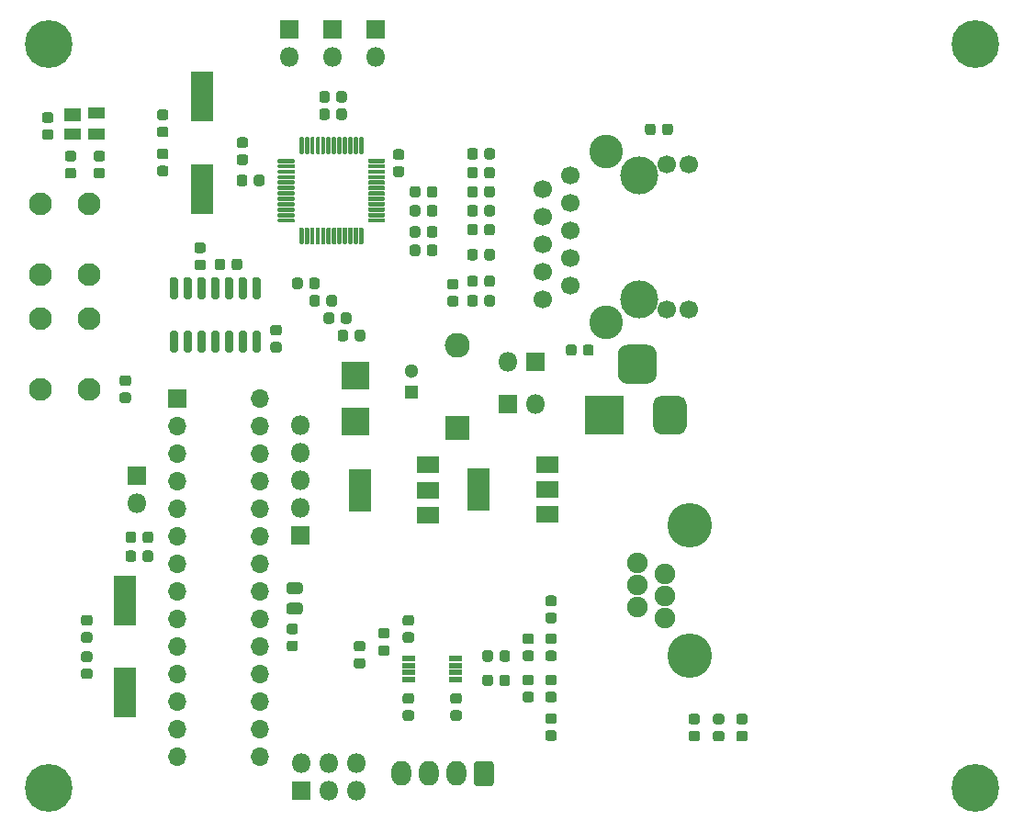
<source format=gts>
G04 #@! TF.GenerationSoftware,KiCad,Pcbnew,(5.1.6)-1*
G04 #@! TF.CreationDate,2022-06-26T18:03:46+10:00*
G04 #@! TF.ProjectId,controller,636f6e74-726f-46c6-9c65-722e6b696361,rev?*
G04 #@! TF.SameCoordinates,Original*
G04 #@! TF.FileFunction,Soldermask,Top*
G04 #@! TF.FilePolarity,Negative*
%FSLAX46Y46*%
G04 Gerber Fmt 4.6, Leading zero omitted, Abs format (unit mm)*
G04 Created by KiCad (PCBNEW (5.1.6)-1) date 2022-06-26 18:03:46*
%MOMM*%
%LPD*%
G01*
G04 APERTURE LIST*
%ADD10R,3.600000X3.600000*%
%ADD11C,3.500000*%
%ADD12C,3.100000*%
%ADD13C,1.700000*%
%ADD14R,2.100000X4.600000*%
%ADD15R,1.200000X0.500000*%
%ADD16O,1.700000X1.700000*%
%ADD17R,1.700000X1.700000*%
%ADD18R,1.500000X1.300000*%
%ADD19R,1.500000X1.100000*%
%ADD20R,2.100000X1.600000*%
%ADD21R,2.100000X3.900000*%
%ADD22R,2.600000X2.600000*%
%ADD23C,2.100000*%
%ADD24R,1.800000X1.800000*%
%ADD25O,1.800000X1.800000*%
%ADD26C,1.900000*%
%ADD27C,4.100000*%
%ADD28O,1.840000X2.290000*%
%ADD29O,2.300000X2.300000*%
%ADD30R,2.300000X2.300000*%
%ADD31C,1.300000*%
%ADD32R,1.300000X1.300000*%
%ADD33C,4.400000*%
G04 APERTURE END LIST*
G36*
G01*
X156100000Y-78600000D02*
X156100000Y-80400000D01*
G75*
G02*
X155200000Y-81300000I-900000J0D01*
G01*
X153400000Y-81300000D01*
G75*
G02*
X152500000Y-80400000I0J900000D01*
G01*
X152500000Y-78600000D01*
G75*
G02*
X153400000Y-77700000I900000J0D01*
G01*
X155200000Y-77700000D01*
G75*
G02*
X156100000Y-78600000I0J-900000D01*
G01*
G37*
G36*
G01*
X158850000Y-83175000D02*
X158850000Y-85225000D01*
G75*
G02*
X158075000Y-86000000I-775000J0D01*
G01*
X156525000Y-86000000D01*
G75*
G02*
X155750000Y-85225000I0J775000D01*
G01*
X155750000Y-83175000D01*
G75*
G02*
X156525000Y-82400000I775000J0D01*
G01*
X158075000Y-82400000D01*
G75*
G02*
X158850000Y-83175000I0J-775000D01*
G01*
G37*
D10*
X151300000Y-84200000D03*
D11*
X154500000Y-62050000D03*
X154500000Y-73480000D03*
D12*
X151450000Y-59890000D03*
X151450000Y-75640000D03*
D13*
X159070000Y-61040000D03*
X159070000Y-74490000D03*
X157040000Y-74490000D03*
X157040000Y-61040000D03*
X145610000Y-63320000D03*
X145610000Y-65860000D03*
X145610000Y-68400000D03*
X145610000Y-70940000D03*
X145610000Y-73480000D03*
X148150000Y-64590000D03*
X148150000Y-62050000D03*
X148150000Y-72210000D03*
X148150000Y-69670000D03*
X148150000Y-67130000D03*
D14*
X107100000Y-109750000D03*
X107100000Y-101250000D03*
X114150000Y-54850000D03*
X114150000Y-63350000D03*
G36*
G01*
X119035000Y-71450000D02*
X119385000Y-71450000D01*
G75*
G02*
X119560000Y-71625000I0J-175000D01*
G01*
X119560000Y-73325000D01*
G75*
G02*
X119385000Y-73500000I-175000J0D01*
G01*
X119035000Y-73500000D01*
G75*
G02*
X118860000Y-73325000I0J175000D01*
G01*
X118860000Y-71625000D01*
G75*
G02*
X119035000Y-71450000I175000J0D01*
G01*
G37*
G36*
G01*
X117765000Y-71450000D02*
X118115000Y-71450000D01*
G75*
G02*
X118290000Y-71625000I0J-175000D01*
G01*
X118290000Y-73325000D01*
G75*
G02*
X118115000Y-73500000I-175000J0D01*
G01*
X117765000Y-73500000D01*
G75*
G02*
X117590000Y-73325000I0J175000D01*
G01*
X117590000Y-71625000D01*
G75*
G02*
X117765000Y-71450000I175000J0D01*
G01*
G37*
G36*
G01*
X116495000Y-71450000D02*
X116845000Y-71450000D01*
G75*
G02*
X117020000Y-71625000I0J-175000D01*
G01*
X117020000Y-73325000D01*
G75*
G02*
X116845000Y-73500000I-175000J0D01*
G01*
X116495000Y-73500000D01*
G75*
G02*
X116320000Y-73325000I0J175000D01*
G01*
X116320000Y-71625000D01*
G75*
G02*
X116495000Y-71450000I175000J0D01*
G01*
G37*
G36*
G01*
X115225000Y-71450000D02*
X115575000Y-71450000D01*
G75*
G02*
X115750000Y-71625000I0J-175000D01*
G01*
X115750000Y-73325000D01*
G75*
G02*
X115575000Y-73500000I-175000J0D01*
G01*
X115225000Y-73500000D01*
G75*
G02*
X115050000Y-73325000I0J175000D01*
G01*
X115050000Y-71625000D01*
G75*
G02*
X115225000Y-71450000I175000J0D01*
G01*
G37*
G36*
G01*
X113955000Y-71450000D02*
X114305000Y-71450000D01*
G75*
G02*
X114480000Y-71625000I0J-175000D01*
G01*
X114480000Y-73325000D01*
G75*
G02*
X114305000Y-73500000I-175000J0D01*
G01*
X113955000Y-73500000D01*
G75*
G02*
X113780000Y-73325000I0J175000D01*
G01*
X113780000Y-71625000D01*
G75*
G02*
X113955000Y-71450000I175000J0D01*
G01*
G37*
G36*
G01*
X112685000Y-71450000D02*
X113035000Y-71450000D01*
G75*
G02*
X113210000Y-71625000I0J-175000D01*
G01*
X113210000Y-73325000D01*
G75*
G02*
X113035000Y-73500000I-175000J0D01*
G01*
X112685000Y-73500000D01*
G75*
G02*
X112510000Y-73325000I0J175000D01*
G01*
X112510000Y-71625000D01*
G75*
G02*
X112685000Y-71450000I175000J0D01*
G01*
G37*
G36*
G01*
X111415000Y-71450000D02*
X111765000Y-71450000D01*
G75*
G02*
X111940000Y-71625000I0J-175000D01*
G01*
X111940000Y-73325000D01*
G75*
G02*
X111765000Y-73500000I-175000J0D01*
G01*
X111415000Y-73500000D01*
G75*
G02*
X111240000Y-73325000I0J175000D01*
G01*
X111240000Y-71625000D01*
G75*
G02*
X111415000Y-71450000I175000J0D01*
G01*
G37*
G36*
G01*
X111415000Y-76400000D02*
X111765000Y-76400000D01*
G75*
G02*
X111940000Y-76575000I0J-175000D01*
G01*
X111940000Y-78275000D01*
G75*
G02*
X111765000Y-78450000I-175000J0D01*
G01*
X111415000Y-78450000D01*
G75*
G02*
X111240000Y-78275000I0J175000D01*
G01*
X111240000Y-76575000D01*
G75*
G02*
X111415000Y-76400000I175000J0D01*
G01*
G37*
G36*
G01*
X112685000Y-76400000D02*
X113035000Y-76400000D01*
G75*
G02*
X113210000Y-76575000I0J-175000D01*
G01*
X113210000Y-78275000D01*
G75*
G02*
X113035000Y-78450000I-175000J0D01*
G01*
X112685000Y-78450000D01*
G75*
G02*
X112510000Y-78275000I0J175000D01*
G01*
X112510000Y-76575000D01*
G75*
G02*
X112685000Y-76400000I175000J0D01*
G01*
G37*
G36*
G01*
X113955000Y-76400000D02*
X114305000Y-76400000D01*
G75*
G02*
X114480000Y-76575000I0J-175000D01*
G01*
X114480000Y-78275000D01*
G75*
G02*
X114305000Y-78450000I-175000J0D01*
G01*
X113955000Y-78450000D01*
G75*
G02*
X113780000Y-78275000I0J175000D01*
G01*
X113780000Y-76575000D01*
G75*
G02*
X113955000Y-76400000I175000J0D01*
G01*
G37*
G36*
G01*
X115225000Y-76400000D02*
X115575000Y-76400000D01*
G75*
G02*
X115750000Y-76575000I0J-175000D01*
G01*
X115750000Y-78275000D01*
G75*
G02*
X115575000Y-78450000I-175000J0D01*
G01*
X115225000Y-78450000D01*
G75*
G02*
X115050000Y-78275000I0J175000D01*
G01*
X115050000Y-76575000D01*
G75*
G02*
X115225000Y-76400000I175000J0D01*
G01*
G37*
G36*
G01*
X116495000Y-76400000D02*
X116845000Y-76400000D01*
G75*
G02*
X117020000Y-76575000I0J-175000D01*
G01*
X117020000Y-78275000D01*
G75*
G02*
X116845000Y-78450000I-175000J0D01*
G01*
X116495000Y-78450000D01*
G75*
G02*
X116320000Y-78275000I0J175000D01*
G01*
X116320000Y-76575000D01*
G75*
G02*
X116495000Y-76400000I175000J0D01*
G01*
G37*
G36*
G01*
X117765000Y-76400000D02*
X118115000Y-76400000D01*
G75*
G02*
X118290000Y-76575000I0J-175000D01*
G01*
X118290000Y-78275000D01*
G75*
G02*
X118115000Y-78450000I-175000J0D01*
G01*
X117765000Y-78450000D01*
G75*
G02*
X117590000Y-78275000I0J175000D01*
G01*
X117590000Y-76575000D01*
G75*
G02*
X117765000Y-76400000I175000J0D01*
G01*
G37*
G36*
G01*
X119035000Y-76400000D02*
X119385000Y-76400000D01*
G75*
G02*
X119560000Y-76575000I0J-175000D01*
G01*
X119560000Y-78275000D01*
G75*
G02*
X119385000Y-78450000I-175000J0D01*
G01*
X119035000Y-78450000D01*
G75*
G02*
X118860000Y-78275000I0J175000D01*
G01*
X118860000Y-76575000D01*
G75*
G02*
X119035000Y-76400000I175000J0D01*
G01*
G37*
D15*
X133250000Y-108575000D03*
X133250000Y-107925000D03*
X133250000Y-107275000D03*
X133250000Y-106625000D03*
X137550000Y-106625000D03*
X137550000Y-107275000D03*
X137550000Y-107925000D03*
X137550000Y-108575000D03*
D16*
X119520000Y-82650000D03*
X111900000Y-115670000D03*
X119520000Y-85190000D03*
X111900000Y-113130000D03*
X119520000Y-87730000D03*
X111900000Y-110590000D03*
X119520000Y-90270000D03*
X111900000Y-108050000D03*
X119520000Y-92810000D03*
X111900000Y-105510000D03*
X119520000Y-95350000D03*
X111900000Y-102970000D03*
X119520000Y-97890000D03*
X111900000Y-100430000D03*
X119520000Y-100430000D03*
X111900000Y-97890000D03*
X119520000Y-102970000D03*
X111900000Y-95350000D03*
X119520000Y-105510000D03*
X111900000Y-92810000D03*
X119520000Y-108050000D03*
X111900000Y-90270000D03*
X119520000Y-110590000D03*
X111900000Y-87730000D03*
X119520000Y-113130000D03*
X111900000Y-85190000D03*
X119520000Y-115670000D03*
D17*
X111900000Y-82650000D03*
G36*
G01*
X129050000Y-66975000D02*
X129050000Y-68350000D01*
G75*
G02*
X128950000Y-68450000I-100000J0D01*
G01*
X128750000Y-68450000D01*
G75*
G02*
X128650000Y-68350000I0J100000D01*
G01*
X128650000Y-66975000D01*
G75*
G02*
X128750000Y-66875000I100000J0D01*
G01*
X128950000Y-66875000D01*
G75*
G02*
X129050000Y-66975000I0J-100000D01*
G01*
G37*
G36*
G01*
X128550000Y-66975000D02*
X128550000Y-68350000D01*
G75*
G02*
X128450000Y-68450000I-100000J0D01*
G01*
X128250000Y-68450000D01*
G75*
G02*
X128150000Y-68350000I0J100000D01*
G01*
X128150000Y-66975000D01*
G75*
G02*
X128250000Y-66875000I100000J0D01*
G01*
X128450000Y-66875000D01*
G75*
G02*
X128550000Y-66975000I0J-100000D01*
G01*
G37*
G36*
G01*
X128050000Y-66975000D02*
X128050000Y-68350000D01*
G75*
G02*
X127950000Y-68450000I-100000J0D01*
G01*
X127750000Y-68450000D01*
G75*
G02*
X127650000Y-68350000I0J100000D01*
G01*
X127650000Y-66975000D01*
G75*
G02*
X127750000Y-66875000I100000J0D01*
G01*
X127950000Y-66875000D01*
G75*
G02*
X128050000Y-66975000I0J-100000D01*
G01*
G37*
G36*
G01*
X127550000Y-66975000D02*
X127550000Y-68350000D01*
G75*
G02*
X127450000Y-68450000I-100000J0D01*
G01*
X127250000Y-68450000D01*
G75*
G02*
X127150000Y-68350000I0J100000D01*
G01*
X127150000Y-66975000D01*
G75*
G02*
X127250000Y-66875000I100000J0D01*
G01*
X127450000Y-66875000D01*
G75*
G02*
X127550000Y-66975000I0J-100000D01*
G01*
G37*
G36*
G01*
X127050000Y-66975000D02*
X127050000Y-68350000D01*
G75*
G02*
X126950000Y-68450000I-100000J0D01*
G01*
X126750000Y-68450000D01*
G75*
G02*
X126650000Y-68350000I0J100000D01*
G01*
X126650000Y-66975000D01*
G75*
G02*
X126750000Y-66875000I100000J0D01*
G01*
X126950000Y-66875000D01*
G75*
G02*
X127050000Y-66975000I0J-100000D01*
G01*
G37*
G36*
G01*
X126550000Y-66975000D02*
X126550000Y-68350000D01*
G75*
G02*
X126450000Y-68450000I-100000J0D01*
G01*
X126250000Y-68450000D01*
G75*
G02*
X126150000Y-68350000I0J100000D01*
G01*
X126150000Y-66975000D01*
G75*
G02*
X126250000Y-66875000I100000J0D01*
G01*
X126450000Y-66875000D01*
G75*
G02*
X126550000Y-66975000I0J-100000D01*
G01*
G37*
G36*
G01*
X126050000Y-66975000D02*
X126050000Y-68350000D01*
G75*
G02*
X125950000Y-68450000I-100000J0D01*
G01*
X125750000Y-68450000D01*
G75*
G02*
X125650000Y-68350000I0J100000D01*
G01*
X125650000Y-66975000D01*
G75*
G02*
X125750000Y-66875000I100000J0D01*
G01*
X125950000Y-66875000D01*
G75*
G02*
X126050000Y-66975000I0J-100000D01*
G01*
G37*
G36*
G01*
X125550000Y-66975000D02*
X125550000Y-68350000D01*
G75*
G02*
X125450000Y-68450000I-100000J0D01*
G01*
X125250000Y-68450000D01*
G75*
G02*
X125150000Y-68350000I0J100000D01*
G01*
X125150000Y-66975000D01*
G75*
G02*
X125250000Y-66875000I100000J0D01*
G01*
X125450000Y-66875000D01*
G75*
G02*
X125550000Y-66975000I0J-100000D01*
G01*
G37*
G36*
G01*
X125050000Y-66975000D02*
X125050000Y-68350000D01*
G75*
G02*
X124950000Y-68450000I-100000J0D01*
G01*
X124750000Y-68450000D01*
G75*
G02*
X124650000Y-68350000I0J100000D01*
G01*
X124650000Y-66975000D01*
G75*
G02*
X124750000Y-66875000I100000J0D01*
G01*
X124950000Y-66875000D01*
G75*
G02*
X125050000Y-66975000I0J-100000D01*
G01*
G37*
G36*
G01*
X124550000Y-66975000D02*
X124550000Y-68350000D01*
G75*
G02*
X124450000Y-68450000I-100000J0D01*
G01*
X124250000Y-68450000D01*
G75*
G02*
X124150000Y-68350000I0J100000D01*
G01*
X124150000Y-66975000D01*
G75*
G02*
X124250000Y-66875000I100000J0D01*
G01*
X124450000Y-66875000D01*
G75*
G02*
X124550000Y-66975000I0J-100000D01*
G01*
G37*
G36*
G01*
X124050000Y-66975000D02*
X124050000Y-68350000D01*
G75*
G02*
X123950000Y-68450000I-100000J0D01*
G01*
X123750000Y-68450000D01*
G75*
G02*
X123650000Y-68350000I0J100000D01*
G01*
X123650000Y-66975000D01*
G75*
G02*
X123750000Y-66875000I100000J0D01*
G01*
X123950000Y-66875000D01*
G75*
G02*
X124050000Y-66975000I0J-100000D01*
G01*
G37*
G36*
G01*
X123550000Y-66975000D02*
X123550000Y-68350000D01*
G75*
G02*
X123450000Y-68450000I-100000J0D01*
G01*
X123250000Y-68450000D01*
G75*
G02*
X123150000Y-68350000I0J100000D01*
G01*
X123150000Y-66975000D01*
G75*
G02*
X123250000Y-66875000I100000J0D01*
G01*
X123450000Y-66875000D01*
G75*
G02*
X123550000Y-66975000I0J-100000D01*
G01*
G37*
G36*
G01*
X122725000Y-66150000D02*
X122725000Y-66350000D01*
G75*
G02*
X122625000Y-66450000I-100000J0D01*
G01*
X121250000Y-66450000D01*
G75*
G02*
X121150000Y-66350000I0J100000D01*
G01*
X121150000Y-66150000D01*
G75*
G02*
X121250000Y-66050000I100000J0D01*
G01*
X122625000Y-66050000D01*
G75*
G02*
X122725000Y-66150000I0J-100000D01*
G01*
G37*
G36*
G01*
X122725000Y-65650000D02*
X122725000Y-65850000D01*
G75*
G02*
X122625000Y-65950000I-100000J0D01*
G01*
X121250000Y-65950000D01*
G75*
G02*
X121150000Y-65850000I0J100000D01*
G01*
X121150000Y-65650000D01*
G75*
G02*
X121250000Y-65550000I100000J0D01*
G01*
X122625000Y-65550000D01*
G75*
G02*
X122725000Y-65650000I0J-100000D01*
G01*
G37*
G36*
G01*
X122725000Y-65150000D02*
X122725000Y-65350000D01*
G75*
G02*
X122625000Y-65450000I-100000J0D01*
G01*
X121250000Y-65450000D01*
G75*
G02*
X121150000Y-65350000I0J100000D01*
G01*
X121150000Y-65150000D01*
G75*
G02*
X121250000Y-65050000I100000J0D01*
G01*
X122625000Y-65050000D01*
G75*
G02*
X122725000Y-65150000I0J-100000D01*
G01*
G37*
G36*
G01*
X122725000Y-64650000D02*
X122725000Y-64850000D01*
G75*
G02*
X122625000Y-64950000I-100000J0D01*
G01*
X121250000Y-64950000D01*
G75*
G02*
X121150000Y-64850000I0J100000D01*
G01*
X121150000Y-64650000D01*
G75*
G02*
X121250000Y-64550000I100000J0D01*
G01*
X122625000Y-64550000D01*
G75*
G02*
X122725000Y-64650000I0J-100000D01*
G01*
G37*
G36*
G01*
X122725000Y-64150000D02*
X122725000Y-64350000D01*
G75*
G02*
X122625000Y-64450000I-100000J0D01*
G01*
X121250000Y-64450000D01*
G75*
G02*
X121150000Y-64350000I0J100000D01*
G01*
X121150000Y-64150000D01*
G75*
G02*
X121250000Y-64050000I100000J0D01*
G01*
X122625000Y-64050000D01*
G75*
G02*
X122725000Y-64150000I0J-100000D01*
G01*
G37*
G36*
G01*
X122725000Y-63650000D02*
X122725000Y-63850000D01*
G75*
G02*
X122625000Y-63950000I-100000J0D01*
G01*
X121250000Y-63950000D01*
G75*
G02*
X121150000Y-63850000I0J100000D01*
G01*
X121150000Y-63650000D01*
G75*
G02*
X121250000Y-63550000I100000J0D01*
G01*
X122625000Y-63550000D01*
G75*
G02*
X122725000Y-63650000I0J-100000D01*
G01*
G37*
G36*
G01*
X122725000Y-63150000D02*
X122725000Y-63350000D01*
G75*
G02*
X122625000Y-63450000I-100000J0D01*
G01*
X121250000Y-63450000D01*
G75*
G02*
X121150000Y-63350000I0J100000D01*
G01*
X121150000Y-63150000D01*
G75*
G02*
X121250000Y-63050000I100000J0D01*
G01*
X122625000Y-63050000D01*
G75*
G02*
X122725000Y-63150000I0J-100000D01*
G01*
G37*
G36*
G01*
X122725000Y-62650000D02*
X122725000Y-62850000D01*
G75*
G02*
X122625000Y-62950000I-100000J0D01*
G01*
X121250000Y-62950000D01*
G75*
G02*
X121150000Y-62850000I0J100000D01*
G01*
X121150000Y-62650000D01*
G75*
G02*
X121250000Y-62550000I100000J0D01*
G01*
X122625000Y-62550000D01*
G75*
G02*
X122725000Y-62650000I0J-100000D01*
G01*
G37*
G36*
G01*
X122725000Y-62150000D02*
X122725000Y-62350000D01*
G75*
G02*
X122625000Y-62450000I-100000J0D01*
G01*
X121250000Y-62450000D01*
G75*
G02*
X121150000Y-62350000I0J100000D01*
G01*
X121150000Y-62150000D01*
G75*
G02*
X121250000Y-62050000I100000J0D01*
G01*
X122625000Y-62050000D01*
G75*
G02*
X122725000Y-62150000I0J-100000D01*
G01*
G37*
G36*
G01*
X122725000Y-61650000D02*
X122725000Y-61850000D01*
G75*
G02*
X122625000Y-61950000I-100000J0D01*
G01*
X121250000Y-61950000D01*
G75*
G02*
X121150000Y-61850000I0J100000D01*
G01*
X121150000Y-61650000D01*
G75*
G02*
X121250000Y-61550000I100000J0D01*
G01*
X122625000Y-61550000D01*
G75*
G02*
X122725000Y-61650000I0J-100000D01*
G01*
G37*
G36*
G01*
X122725000Y-61150000D02*
X122725000Y-61350000D01*
G75*
G02*
X122625000Y-61450000I-100000J0D01*
G01*
X121250000Y-61450000D01*
G75*
G02*
X121150000Y-61350000I0J100000D01*
G01*
X121150000Y-61150000D01*
G75*
G02*
X121250000Y-61050000I100000J0D01*
G01*
X122625000Y-61050000D01*
G75*
G02*
X122725000Y-61150000I0J-100000D01*
G01*
G37*
G36*
G01*
X122725000Y-60650000D02*
X122725000Y-60850000D01*
G75*
G02*
X122625000Y-60950000I-100000J0D01*
G01*
X121250000Y-60950000D01*
G75*
G02*
X121150000Y-60850000I0J100000D01*
G01*
X121150000Y-60650000D01*
G75*
G02*
X121250000Y-60550000I100000J0D01*
G01*
X122625000Y-60550000D01*
G75*
G02*
X122725000Y-60650000I0J-100000D01*
G01*
G37*
G36*
G01*
X123550000Y-58650000D02*
X123550000Y-60025000D01*
G75*
G02*
X123450000Y-60125000I-100000J0D01*
G01*
X123250000Y-60125000D01*
G75*
G02*
X123150000Y-60025000I0J100000D01*
G01*
X123150000Y-58650000D01*
G75*
G02*
X123250000Y-58550000I100000J0D01*
G01*
X123450000Y-58550000D01*
G75*
G02*
X123550000Y-58650000I0J-100000D01*
G01*
G37*
G36*
G01*
X124050000Y-58650000D02*
X124050000Y-60025000D01*
G75*
G02*
X123950000Y-60125000I-100000J0D01*
G01*
X123750000Y-60125000D01*
G75*
G02*
X123650000Y-60025000I0J100000D01*
G01*
X123650000Y-58650000D01*
G75*
G02*
X123750000Y-58550000I100000J0D01*
G01*
X123950000Y-58550000D01*
G75*
G02*
X124050000Y-58650000I0J-100000D01*
G01*
G37*
G36*
G01*
X124550000Y-58650000D02*
X124550000Y-60025000D01*
G75*
G02*
X124450000Y-60125000I-100000J0D01*
G01*
X124250000Y-60125000D01*
G75*
G02*
X124150000Y-60025000I0J100000D01*
G01*
X124150000Y-58650000D01*
G75*
G02*
X124250000Y-58550000I100000J0D01*
G01*
X124450000Y-58550000D01*
G75*
G02*
X124550000Y-58650000I0J-100000D01*
G01*
G37*
G36*
G01*
X125050000Y-58650000D02*
X125050000Y-60025000D01*
G75*
G02*
X124950000Y-60125000I-100000J0D01*
G01*
X124750000Y-60125000D01*
G75*
G02*
X124650000Y-60025000I0J100000D01*
G01*
X124650000Y-58650000D01*
G75*
G02*
X124750000Y-58550000I100000J0D01*
G01*
X124950000Y-58550000D01*
G75*
G02*
X125050000Y-58650000I0J-100000D01*
G01*
G37*
G36*
G01*
X125550000Y-58650000D02*
X125550000Y-60025000D01*
G75*
G02*
X125450000Y-60125000I-100000J0D01*
G01*
X125250000Y-60125000D01*
G75*
G02*
X125150000Y-60025000I0J100000D01*
G01*
X125150000Y-58650000D01*
G75*
G02*
X125250000Y-58550000I100000J0D01*
G01*
X125450000Y-58550000D01*
G75*
G02*
X125550000Y-58650000I0J-100000D01*
G01*
G37*
G36*
G01*
X126050000Y-58650000D02*
X126050000Y-60025000D01*
G75*
G02*
X125950000Y-60125000I-100000J0D01*
G01*
X125750000Y-60125000D01*
G75*
G02*
X125650000Y-60025000I0J100000D01*
G01*
X125650000Y-58650000D01*
G75*
G02*
X125750000Y-58550000I100000J0D01*
G01*
X125950000Y-58550000D01*
G75*
G02*
X126050000Y-58650000I0J-100000D01*
G01*
G37*
G36*
G01*
X126550000Y-58650000D02*
X126550000Y-60025000D01*
G75*
G02*
X126450000Y-60125000I-100000J0D01*
G01*
X126250000Y-60125000D01*
G75*
G02*
X126150000Y-60025000I0J100000D01*
G01*
X126150000Y-58650000D01*
G75*
G02*
X126250000Y-58550000I100000J0D01*
G01*
X126450000Y-58550000D01*
G75*
G02*
X126550000Y-58650000I0J-100000D01*
G01*
G37*
G36*
G01*
X127050000Y-58650000D02*
X127050000Y-60025000D01*
G75*
G02*
X126950000Y-60125000I-100000J0D01*
G01*
X126750000Y-60125000D01*
G75*
G02*
X126650000Y-60025000I0J100000D01*
G01*
X126650000Y-58650000D01*
G75*
G02*
X126750000Y-58550000I100000J0D01*
G01*
X126950000Y-58550000D01*
G75*
G02*
X127050000Y-58650000I0J-100000D01*
G01*
G37*
G36*
G01*
X127550000Y-58650000D02*
X127550000Y-60025000D01*
G75*
G02*
X127450000Y-60125000I-100000J0D01*
G01*
X127250000Y-60125000D01*
G75*
G02*
X127150000Y-60025000I0J100000D01*
G01*
X127150000Y-58650000D01*
G75*
G02*
X127250000Y-58550000I100000J0D01*
G01*
X127450000Y-58550000D01*
G75*
G02*
X127550000Y-58650000I0J-100000D01*
G01*
G37*
G36*
G01*
X128050000Y-58650000D02*
X128050000Y-60025000D01*
G75*
G02*
X127950000Y-60125000I-100000J0D01*
G01*
X127750000Y-60125000D01*
G75*
G02*
X127650000Y-60025000I0J100000D01*
G01*
X127650000Y-58650000D01*
G75*
G02*
X127750000Y-58550000I100000J0D01*
G01*
X127950000Y-58550000D01*
G75*
G02*
X128050000Y-58650000I0J-100000D01*
G01*
G37*
G36*
G01*
X128550000Y-58650000D02*
X128550000Y-60025000D01*
G75*
G02*
X128450000Y-60125000I-100000J0D01*
G01*
X128250000Y-60125000D01*
G75*
G02*
X128150000Y-60025000I0J100000D01*
G01*
X128150000Y-58650000D01*
G75*
G02*
X128250000Y-58550000I100000J0D01*
G01*
X128450000Y-58550000D01*
G75*
G02*
X128550000Y-58650000I0J-100000D01*
G01*
G37*
G36*
G01*
X129050000Y-58650000D02*
X129050000Y-60025000D01*
G75*
G02*
X128950000Y-60125000I-100000J0D01*
G01*
X128750000Y-60125000D01*
G75*
G02*
X128650000Y-60025000I0J100000D01*
G01*
X128650000Y-58650000D01*
G75*
G02*
X128750000Y-58550000I100000J0D01*
G01*
X128950000Y-58550000D01*
G75*
G02*
X129050000Y-58650000I0J-100000D01*
G01*
G37*
G36*
G01*
X131050000Y-60650000D02*
X131050000Y-60850000D01*
G75*
G02*
X130950000Y-60950000I-100000J0D01*
G01*
X129575000Y-60950000D01*
G75*
G02*
X129475000Y-60850000I0J100000D01*
G01*
X129475000Y-60650000D01*
G75*
G02*
X129575000Y-60550000I100000J0D01*
G01*
X130950000Y-60550000D01*
G75*
G02*
X131050000Y-60650000I0J-100000D01*
G01*
G37*
G36*
G01*
X131050000Y-61150000D02*
X131050000Y-61350000D01*
G75*
G02*
X130950000Y-61450000I-100000J0D01*
G01*
X129575000Y-61450000D01*
G75*
G02*
X129475000Y-61350000I0J100000D01*
G01*
X129475000Y-61150000D01*
G75*
G02*
X129575000Y-61050000I100000J0D01*
G01*
X130950000Y-61050000D01*
G75*
G02*
X131050000Y-61150000I0J-100000D01*
G01*
G37*
G36*
G01*
X131050000Y-61650000D02*
X131050000Y-61850000D01*
G75*
G02*
X130950000Y-61950000I-100000J0D01*
G01*
X129575000Y-61950000D01*
G75*
G02*
X129475000Y-61850000I0J100000D01*
G01*
X129475000Y-61650000D01*
G75*
G02*
X129575000Y-61550000I100000J0D01*
G01*
X130950000Y-61550000D01*
G75*
G02*
X131050000Y-61650000I0J-100000D01*
G01*
G37*
G36*
G01*
X131050000Y-62150000D02*
X131050000Y-62350000D01*
G75*
G02*
X130950000Y-62450000I-100000J0D01*
G01*
X129575000Y-62450000D01*
G75*
G02*
X129475000Y-62350000I0J100000D01*
G01*
X129475000Y-62150000D01*
G75*
G02*
X129575000Y-62050000I100000J0D01*
G01*
X130950000Y-62050000D01*
G75*
G02*
X131050000Y-62150000I0J-100000D01*
G01*
G37*
G36*
G01*
X131050000Y-62650000D02*
X131050000Y-62850000D01*
G75*
G02*
X130950000Y-62950000I-100000J0D01*
G01*
X129575000Y-62950000D01*
G75*
G02*
X129475000Y-62850000I0J100000D01*
G01*
X129475000Y-62650000D01*
G75*
G02*
X129575000Y-62550000I100000J0D01*
G01*
X130950000Y-62550000D01*
G75*
G02*
X131050000Y-62650000I0J-100000D01*
G01*
G37*
G36*
G01*
X131050000Y-63150000D02*
X131050000Y-63350000D01*
G75*
G02*
X130950000Y-63450000I-100000J0D01*
G01*
X129575000Y-63450000D01*
G75*
G02*
X129475000Y-63350000I0J100000D01*
G01*
X129475000Y-63150000D01*
G75*
G02*
X129575000Y-63050000I100000J0D01*
G01*
X130950000Y-63050000D01*
G75*
G02*
X131050000Y-63150000I0J-100000D01*
G01*
G37*
G36*
G01*
X131050000Y-63650000D02*
X131050000Y-63850000D01*
G75*
G02*
X130950000Y-63950000I-100000J0D01*
G01*
X129575000Y-63950000D01*
G75*
G02*
X129475000Y-63850000I0J100000D01*
G01*
X129475000Y-63650000D01*
G75*
G02*
X129575000Y-63550000I100000J0D01*
G01*
X130950000Y-63550000D01*
G75*
G02*
X131050000Y-63650000I0J-100000D01*
G01*
G37*
G36*
G01*
X131050000Y-64150000D02*
X131050000Y-64350000D01*
G75*
G02*
X130950000Y-64450000I-100000J0D01*
G01*
X129575000Y-64450000D01*
G75*
G02*
X129475000Y-64350000I0J100000D01*
G01*
X129475000Y-64150000D01*
G75*
G02*
X129575000Y-64050000I100000J0D01*
G01*
X130950000Y-64050000D01*
G75*
G02*
X131050000Y-64150000I0J-100000D01*
G01*
G37*
G36*
G01*
X131050000Y-64650000D02*
X131050000Y-64850000D01*
G75*
G02*
X130950000Y-64950000I-100000J0D01*
G01*
X129575000Y-64950000D01*
G75*
G02*
X129475000Y-64850000I0J100000D01*
G01*
X129475000Y-64650000D01*
G75*
G02*
X129575000Y-64550000I100000J0D01*
G01*
X130950000Y-64550000D01*
G75*
G02*
X131050000Y-64650000I0J-100000D01*
G01*
G37*
G36*
G01*
X131050000Y-65150000D02*
X131050000Y-65350000D01*
G75*
G02*
X130950000Y-65450000I-100000J0D01*
G01*
X129575000Y-65450000D01*
G75*
G02*
X129475000Y-65350000I0J100000D01*
G01*
X129475000Y-65150000D01*
G75*
G02*
X129575000Y-65050000I100000J0D01*
G01*
X130950000Y-65050000D01*
G75*
G02*
X131050000Y-65150000I0J-100000D01*
G01*
G37*
G36*
G01*
X131050000Y-65650000D02*
X131050000Y-65850000D01*
G75*
G02*
X130950000Y-65950000I-100000J0D01*
G01*
X129575000Y-65950000D01*
G75*
G02*
X129475000Y-65850000I0J100000D01*
G01*
X129475000Y-65650000D01*
G75*
G02*
X129575000Y-65550000I100000J0D01*
G01*
X130950000Y-65550000D01*
G75*
G02*
X131050000Y-65650000I0J-100000D01*
G01*
G37*
G36*
G01*
X131050000Y-66150000D02*
X131050000Y-66350000D01*
G75*
G02*
X130950000Y-66450000I-100000J0D01*
G01*
X129575000Y-66450000D01*
G75*
G02*
X129475000Y-66350000I0J100000D01*
G01*
X129475000Y-66150000D01*
G75*
G02*
X129575000Y-66050000I100000J0D01*
G01*
X130950000Y-66050000D01*
G75*
G02*
X131050000Y-66150000I0J-100000D01*
G01*
G37*
D18*
X102250000Y-56530000D03*
D19*
X102250000Y-58250000D03*
X104450000Y-58250000D03*
X104450000Y-56350000D03*
D20*
X146000000Y-93350000D03*
X146000000Y-88750000D03*
X146000000Y-91050000D03*
D21*
X139700000Y-91050000D03*
D20*
X135000000Y-93400000D03*
X135000000Y-88800000D03*
X135000000Y-91100000D03*
D21*
X128700000Y-91100000D03*
D22*
X128350000Y-84800000D03*
X128350000Y-80550000D03*
D23*
X103800000Y-81800000D03*
X99300000Y-81800000D03*
X103800000Y-75300000D03*
X99300000Y-75300000D03*
X103800000Y-71250000D03*
X99300000Y-71250000D03*
X103800000Y-64750000D03*
X99300000Y-64750000D03*
G36*
G01*
X164231250Y-112700000D02*
X163668750Y-112700000D01*
G75*
G02*
X163425000Y-112456250I0J243750D01*
G01*
X163425000Y-111968750D01*
G75*
G02*
X163668750Y-111725000I243750J0D01*
G01*
X164231250Y-111725000D01*
G75*
G02*
X164475000Y-111968750I0J-243750D01*
G01*
X164475000Y-112456250D01*
G75*
G02*
X164231250Y-112700000I-243750J0D01*
G01*
G37*
G36*
G01*
X164231250Y-114275000D02*
X163668750Y-114275000D01*
G75*
G02*
X163425000Y-114031250I0J243750D01*
G01*
X163425000Y-113543750D01*
G75*
G02*
X163668750Y-113300000I243750J0D01*
G01*
X164231250Y-113300000D01*
G75*
G02*
X164475000Y-113543750I0J-243750D01*
G01*
X164475000Y-114031250D01*
G75*
G02*
X164231250Y-114275000I-243750J0D01*
G01*
G37*
G36*
G01*
X162081250Y-112700000D02*
X161518750Y-112700000D01*
G75*
G02*
X161275000Y-112456250I0J243750D01*
G01*
X161275000Y-111968750D01*
G75*
G02*
X161518750Y-111725000I243750J0D01*
G01*
X162081250Y-111725000D01*
G75*
G02*
X162325000Y-111968750I0J-243750D01*
G01*
X162325000Y-112456250D01*
G75*
G02*
X162081250Y-112700000I-243750J0D01*
G01*
G37*
G36*
G01*
X162081250Y-114275000D02*
X161518750Y-114275000D01*
G75*
G02*
X161275000Y-114031250I0J243750D01*
G01*
X161275000Y-113543750D01*
G75*
G02*
X161518750Y-113300000I243750J0D01*
G01*
X162081250Y-113300000D01*
G75*
G02*
X162325000Y-113543750I0J-243750D01*
G01*
X162325000Y-114031250D01*
G75*
G02*
X162081250Y-114275000I-243750J0D01*
G01*
G37*
G36*
G01*
X159831250Y-112700000D02*
X159268750Y-112700000D01*
G75*
G02*
X159025000Y-112456250I0J243750D01*
G01*
X159025000Y-111968750D01*
G75*
G02*
X159268750Y-111725000I243750J0D01*
G01*
X159831250Y-111725000D01*
G75*
G02*
X160075000Y-111968750I0J-243750D01*
G01*
X160075000Y-112456250D01*
G75*
G02*
X159831250Y-112700000I-243750J0D01*
G01*
G37*
G36*
G01*
X159831250Y-114275000D02*
X159268750Y-114275000D01*
G75*
G02*
X159025000Y-114031250I0J243750D01*
G01*
X159025000Y-113543750D01*
G75*
G02*
X159268750Y-113300000I243750J0D01*
G01*
X159831250Y-113300000D01*
G75*
G02*
X160075000Y-113543750I0J-243750D01*
G01*
X160075000Y-114031250D01*
G75*
G02*
X159831250Y-114275000I-243750J0D01*
G01*
G37*
G36*
G01*
X146631250Y-105300000D02*
X146068750Y-105300000D01*
G75*
G02*
X145825000Y-105056250I0J243750D01*
G01*
X145825000Y-104568750D01*
G75*
G02*
X146068750Y-104325000I243750J0D01*
G01*
X146631250Y-104325000D01*
G75*
G02*
X146875000Y-104568750I0J-243750D01*
G01*
X146875000Y-105056250D01*
G75*
G02*
X146631250Y-105300000I-243750J0D01*
G01*
G37*
G36*
G01*
X146631250Y-106875000D02*
X146068750Y-106875000D01*
G75*
G02*
X145825000Y-106631250I0J243750D01*
G01*
X145825000Y-106143750D01*
G75*
G02*
X146068750Y-105900000I243750J0D01*
G01*
X146631250Y-105900000D01*
G75*
G02*
X146875000Y-106143750I0J-243750D01*
G01*
X146875000Y-106631250D01*
G75*
G02*
X146631250Y-106875000I-243750J0D01*
G01*
G37*
G36*
G01*
X143968750Y-105900000D02*
X144531250Y-105900000D01*
G75*
G02*
X144775000Y-106143750I0J-243750D01*
G01*
X144775000Y-106631250D01*
G75*
G02*
X144531250Y-106875000I-243750J0D01*
G01*
X143968750Y-106875000D01*
G75*
G02*
X143725000Y-106631250I0J243750D01*
G01*
X143725000Y-106143750D01*
G75*
G02*
X143968750Y-105900000I243750J0D01*
G01*
G37*
G36*
G01*
X143968750Y-104325000D02*
X144531250Y-104325000D01*
G75*
G02*
X144775000Y-104568750I0J-243750D01*
G01*
X144775000Y-105056250D01*
G75*
G02*
X144531250Y-105300000I-243750J0D01*
G01*
X143968750Y-105300000D01*
G75*
G02*
X143725000Y-105056250I0J243750D01*
G01*
X143725000Y-104568750D01*
G75*
G02*
X143968750Y-104325000I243750J0D01*
G01*
G37*
G36*
G01*
X144531250Y-109100000D02*
X143968750Y-109100000D01*
G75*
G02*
X143725000Y-108856250I0J243750D01*
G01*
X143725000Y-108368750D01*
G75*
G02*
X143968750Y-108125000I243750J0D01*
G01*
X144531250Y-108125000D01*
G75*
G02*
X144775000Y-108368750I0J-243750D01*
G01*
X144775000Y-108856250D01*
G75*
G02*
X144531250Y-109100000I-243750J0D01*
G01*
G37*
G36*
G01*
X144531250Y-110675000D02*
X143968750Y-110675000D01*
G75*
G02*
X143725000Y-110431250I0J243750D01*
G01*
X143725000Y-109943750D01*
G75*
G02*
X143968750Y-109700000I243750J0D01*
G01*
X144531250Y-109700000D01*
G75*
G02*
X144775000Y-109943750I0J-243750D01*
G01*
X144775000Y-110431250D01*
G75*
G02*
X144531250Y-110675000I-243750J0D01*
G01*
G37*
G36*
G01*
X146068750Y-109700000D02*
X146631250Y-109700000D01*
G75*
G02*
X146875000Y-109943750I0J-243750D01*
G01*
X146875000Y-110431250D01*
G75*
G02*
X146631250Y-110675000I-243750J0D01*
G01*
X146068750Y-110675000D01*
G75*
G02*
X145825000Y-110431250I0J243750D01*
G01*
X145825000Y-109943750D01*
G75*
G02*
X146068750Y-109700000I243750J0D01*
G01*
G37*
G36*
G01*
X146068750Y-108125000D02*
X146631250Y-108125000D01*
G75*
G02*
X146875000Y-108368750I0J-243750D01*
G01*
X146875000Y-108856250D01*
G75*
G02*
X146631250Y-109100000I-243750J0D01*
G01*
X146068750Y-109100000D01*
G75*
G02*
X145825000Y-108856250I0J243750D01*
G01*
X145825000Y-108368750D01*
G75*
G02*
X146068750Y-108125000I243750J0D01*
G01*
G37*
G36*
G01*
X130668750Y-105400000D02*
X131231250Y-105400000D01*
G75*
G02*
X131475000Y-105643750I0J-243750D01*
G01*
X131475000Y-106131250D01*
G75*
G02*
X131231250Y-106375000I-243750J0D01*
G01*
X130668750Y-106375000D01*
G75*
G02*
X130425000Y-106131250I0J243750D01*
G01*
X130425000Y-105643750D01*
G75*
G02*
X130668750Y-105400000I243750J0D01*
G01*
G37*
G36*
G01*
X130668750Y-103825000D02*
X131231250Y-103825000D01*
G75*
G02*
X131475000Y-104068750I0J-243750D01*
G01*
X131475000Y-104556250D01*
G75*
G02*
X131231250Y-104800000I-243750J0D01*
G01*
X130668750Y-104800000D01*
G75*
G02*
X130425000Y-104556250I0J243750D01*
G01*
X130425000Y-104068750D01*
G75*
G02*
X130668750Y-103825000I243750J0D01*
G01*
G37*
G36*
G01*
X141000000Y-108368750D02*
X141000000Y-108931250D01*
G75*
G02*
X140756250Y-109175000I-243750J0D01*
G01*
X140268750Y-109175000D01*
G75*
G02*
X140025000Y-108931250I0J243750D01*
G01*
X140025000Y-108368750D01*
G75*
G02*
X140268750Y-108125000I243750J0D01*
G01*
X140756250Y-108125000D01*
G75*
G02*
X141000000Y-108368750I0J-243750D01*
G01*
G37*
G36*
G01*
X142575000Y-108368750D02*
X142575000Y-108931250D01*
G75*
G02*
X142331250Y-109175000I-243750J0D01*
G01*
X141843750Y-109175000D01*
G75*
G02*
X141600000Y-108931250I0J243750D01*
G01*
X141600000Y-108368750D01*
G75*
G02*
X141843750Y-108125000I243750J0D01*
G01*
X142331250Y-108125000D01*
G75*
G02*
X142575000Y-108368750I0J-243750D01*
G01*
G37*
G36*
G01*
X141000000Y-106118750D02*
X141000000Y-106681250D01*
G75*
G02*
X140756250Y-106925000I-243750J0D01*
G01*
X140268750Y-106925000D01*
G75*
G02*
X140025000Y-106681250I0J243750D01*
G01*
X140025000Y-106118750D01*
G75*
G02*
X140268750Y-105875000I243750J0D01*
G01*
X140756250Y-105875000D01*
G75*
G02*
X141000000Y-106118750I0J-243750D01*
G01*
G37*
G36*
G01*
X142575000Y-106118750D02*
X142575000Y-106681250D01*
G75*
G02*
X142331250Y-106925000I-243750J0D01*
G01*
X141843750Y-106925000D01*
G75*
G02*
X141600000Y-106681250I0J243750D01*
G01*
X141600000Y-106118750D01*
G75*
G02*
X141843750Y-105875000I243750J0D01*
G01*
X142331250Y-105875000D01*
G75*
G02*
X142575000Y-106118750I0J-243750D01*
G01*
G37*
G36*
G01*
X132918750Y-104200000D02*
X133481250Y-104200000D01*
G75*
G02*
X133725000Y-104443750I0J-243750D01*
G01*
X133725000Y-104931250D01*
G75*
G02*
X133481250Y-105175000I-243750J0D01*
G01*
X132918750Y-105175000D01*
G75*
G02*
X132675000Y-104931250I0J243750D01*
G01*
X132675000Y-104443750D01*
G75*
G02*
X132918750Y-104200000I243750J0D01*
G01*
G37*
G36*
G01*
X132918750Y-102625000D02*
X133481250Y-102625000D01*
G75*
G02*
X133725000Y-102868750I0J-243750D01*
G01*
X133725000Y-103356250D01*
G75*
G02*
X133481250Y-103600000I-243750J0D01*
G01*
X132918750Y-103600000D01*
G75*
G02*
X132675000Y-103356250I0J243750D01*
G01*
X132675000Y-102868750D01*
G75*
G02*
X132918750Y-102625000I243750J0D01*
G01*
G37*
G36*
G01*
X128418750Y-106587500D02*
X128981250Y-106587500D01*
G75*
G02*
X129225000Y-106831250I0J-243750D01*
G01*
X129225000Y-107318750D01*
G75*
G02*
X128981250Y-107562500I-243750J0D01*
G01*
X128418750Y-107562500D01*
G75*
G02*
X128175000Y-107318750I0J243750D01*
G01*
X128175000Y-106831250D01*
G75*
G02*
X128418750Y-106587500I243750J0D01*
G01*
G37*
G36*
G01*
X128418750Y-105012500D02*
X128981250Y-105012500D01*
G75*
G02*
X129225000Y-105256250I0J-243750D01*
G01*
X129225000Y-105743750D01*
G75*
G02*
X128981250Y-105987500I-243750J0D01*
G01*
X128418750Y-105987500D01*
G75*
G02*
X128175000Y-105743750I0J243750D01*
G01*
X128175000Y-105256250D01*
G75*
G02*
X128418750Y-105012500I243750J0D01*
G01*
G37*
G36*
G01*
X106818750Y-82100000D02*
X107381250Y-82100000D01*
G75*
G02*
X107625000Y-82343750I0J-243750D01*
G01*
X107625000Y-82831250D01*
G75*
G02*
X107381250Y-83075000I-243750J0D01*
G01*
X106818750Y-83075000D01*
G75*
G02*
X106575000Y-82831250I0J243750D01*
G01*
X106575000Y-82343750D01*
G75*
G02*
X106818750Y-82100000I243750J0D01*
G01*
G37*
G36*
G01*
X106818750Y-80525000D02*
X107381250Y-80525000D01*
G75*
G02*
X107625000Y-80768750I0J-243750D01*
G01*
X107625000Y-81256250D01*
G75*
G02*
X107381250Y-81500000I-243750J0D01*
G01*
X106818750Y-81500000D01*
G75*
G02*
X106575000Y-81256250I0J243750D01*
G01*
X106575000Y-80768750D01*
G75*
G02*
X106818750Y-80525000I243750J0D01*
G01*
G37*
G36*
G01*
X156600000Y-58131250D02*
X156600000Y-57568750D01*
G75*
G02*
X156843750Y-57325000I243750J0D01*
G01*
X157331250Y-57325000D01*
G75*
G02*
X157575000Y-57568750I0J-243750D01*
G01*
X157575000Y-58131250D01*
G75*
G02*
X157331250Y-58375000I-243750J0D01*
G01*
X156843750Y-58375000D01*
G75*
G02*
X156600000Y-58131250I0J243750D01*
G01*
G37*
G36*
G01*
X155025000Y-58131250D02*
X155025000Y-57568750D01*
G75*
G02*
X155268750Y-57325000I243750J0D01*
G01*
X155756250Y-57325000D01*
G75*
G02*
X156000000Y-57568750I0J-243750D01*
G01*
X156000000Y-58131250D01*
G75*
G02*
X155756250Y-58375000I-243750J0D01*
G01*
X155268750Y-58375000D01*
G75*
G02*
X155025000Y-58131250I0J243750D01*
G01*
G37*
G36*
G01*
X148700000Y-77918750D02*
X148700000Y-78481250D01*
G75*
G02*
X148456250Y-78725000I-243750J0D01*
G01*
X147968750Y-78725000D01*
G75*
G02*
X147725000Y-78481250I0J243750D01*
G01*
X147725000Y-77918750D01*
G75*
G02*
X147968750Y-77675000I243750J0D01*
G01*
X148456250Y-77675000D01*
G75*
G02*
X148700000Y-77918750I0J-243750D01*
G01*
G37*
G36*
G01*
X150275000Y-77918750D02*
X150275000Y-78481250D01*
G75*
G02*
X150031250Y-78725000I-243750J0D01*
G01*
X149543750Y-78725000D01*
G75*
G02*
X149300000Y-78481250I0J243750D01*
G01*
X149300000Y-77918750D01*
G75*
G02*
X149543750Y-77675000I243750J0D01*
G01*
X150031250Y-77675000D01*
G75*
G02*
X150275000Y-77918750I0J-243750D01*
G01*
G37*
G36*
G01*
X140200000Y-62131250D02*
X140200000Y-61568750D01*
G75*
G02*
X140443750Y-61325000I243750J0D01*
G01*
X140931250Y-61325000D01*
G75*
G02*
X141175000Y-61568750I0J-243750D01*
G01*
X141175000Y-62131250D01*
G75*
G02*
X140931250Y-62375000I-243750J0D01*
G01*
X140443750Y-62375000D01*
G75*
G02*
X140200000Y-62131250I0J243750D01*
G01*
G37*
G36*
G01*
X138625000Y-62131250D02*
X138625000Y-61568750D01*
G75*
G02*
X138868750Y-61325000I243750J0D01*
G01*
X139356250Y-61325000D01*
G75*
G02*
X139600000Y-61568750I0J-243750D01*
G01*
X139600000Y-62131250D01*
G75*
G02*
X139356250Y-62375000I-243750J0D01*
G01*
X138868750Y-62375000D01*
G75*
G02*
X138625000Y-62131250I0J243750D01*
G01*
G37*
G36*
G01*
X137581250Y-72600000D02*
X137018750Y-72600000D01*
G75*
G02*
X136775000Y-72356250I0J243750D01*
G01*
X136775000Y-71868750D01*
G75*
G02*
X137018750Y-71625000I243750J0D01*
G01*
X137581250Y-71625000D01*
G75*
G02*
X137825000Y-71868750I0J-243750D01*
G01*
X137825000Y-72356250D01*
G75*
G02*
X137581250Y-72600000I-243750J0D01*
G01*
G37*
G36*
G01*
X137581250Y-74175000D02*
X137018750Y-74175000D01*
G75*
G02*
X136775000Y-73931250I0J243750D01*
G01*
X136775000Y-73443750D01*
G75*
G02*
X137018750Y-73200000I243750J0D01*
G01*
X137581250Y-73200000D01*
G75*
G02*
X137825000Y-73443750I0J-243750D01*
G01*
X137825000Y-73931250D01*
G75*
G02*
X137581250Y-74175000I-243750J0D01*
G01*
G37*
G36*
G01*
X140200000Y-67381250D02*
X140200000Y-66818750D01*
G75*
G02*
X140443750Y-66575000I243750J0D01*
G01*
X140931250Y-66575000D01*
G75*
G02*
X141175000Y-66818750I0J-243750D01*
G01*
X141175000Y-67381250D01*
G75*
G02*
X140931250Y-67625000I-243750J0D01*
G01*
X140443750Y-67625000D01*
G75*
G02*
X140200000Y-67381250I0J243750D01*
G01*
G37*
G36*
G01*
X138625000Y-67381250D02*
X138625000Y-66818750D01*
G75*
G02*
X138868750Y-66575000I243750J0D01*
G01*
X139356250Y-66575000D01*
G75*
G02*
X139600000Y-66818750I0J-243750D01*
G01*
X139600000Y-67381250D01*
G75*
G02*
X139356250Y-67625000I-243750J0D01*
G01*
X138868750Y-67625000D01*
G75*
G02*
X138625000Y-67381250I0J243750D01*
G01*
G37*
G36*
G01*
X140200000Y-69681250D02*
X140200000Y-69118750D01*
G75*
G02*
X140443750Y-68875000I243750J0D01*
G01*
X140931250Y-68875000D01*
G75*
G02*
X141175000Y-69118750I0J-243750D01*
G01*
X141175000Y-69681250D01*
G75*
G02*
X140931250Y-69925000I-243750J0D01*
G01*
X140443750Y-69925000D01*
G75*
G02*
X140200000Y-69681250I0J243750D01*
G01*
G37*
G36*
G01*
X138625000Y-69681250D02*
X138625000Y-69118750D01*
G75*
G02*
X138868750Y-68875000I243750J0D01*
G01*
X139356250Y-68875000D01*
G75*
G02*
X139600000Y-69118750I0J-243750D01*
G01*
X139600000Y-69681250D01*
G75*
G02*
X139356250Y-69925000I-243750J0D01*
G01*
X138868750Y-69925000D01*
G75*
G02*
X138625000Y-69681250I0J243750D01*
G01*
G37*
G36*
G01*
X140200000Y-72131250D02*
X140200000Y-71568750D01*
G75*
G02*
X140443750Y-71325000I243750J0D01*
G01*
X140931250Y-71325000D01*
G75*
G02*
X141175000Y-71568750I0J-243750D01*
G01*
X141175000Y-72131250D01*
G75*
G02*
X140931250Y-72375000I-243750J0D01*
G01*
X140443750Y-72375000D01*
G75*
G02*
X140200000Y-72131250I0J243750D01*
G01*
G37*
G36*
G01*
X138625000Y-72131250D02*
X138625000Y-71568750D01*
G75*
G02*
X138868750Y-71325000I243750J0D01*
G01*
X139356250Y-71325000D01*
G75*
G02*
X139600000Y-71568750I0J-243750D01*
G01*
X139600000Y-72131250D01*
G75*
G02*
X139356250Y-72375000I-243750J0D01*
G01*
X138868750Y-72375000D01*
G75*
G02*
X138625000Y-72131250I0J243750D01*
G01*
G37*
G36*
G01*
X134900000Y-67581250D02*
X134900000Y-67018750D01*
G75*
G02*
X135143750Y-66775000I243750J0D01*
G01*
X135631250Y-66775000D01*
G75*
G02*
X135875000Y-67018750I0J-243750D01*
G01*
X135875000Y-67581250D01*
G75*
G02*
X135631250Y-67825000I-243750J0D01*
G01*
X135143750Y-67825000D01*
G75*
G02*
X134900000Y-67581250I0J243750D01*
G01*
G37*
G36*
G01*
X133325000Y-67581250D02*
X133325000Y-67018750D01*
G75*
G02*
X133568750Y-66775000I243750J0D01*
G01*
X134056250Y-66775000D01*
G75*
G02*
X134300000Y-67018750I0J-243750D01*
G01*
X134300000Y-67581250D01*
G75*
G02*
X134056250Y-67825000I-243750J0D01*
G01*
X133568750Y-67825000D01*
G75*
G02*
X133325000Y-67581250I0J243750D01*
G01*
G37*
G36*
G01*
X134900000Y-63881250D02*
X134900000Y-63318750D01*
G75*
G02*
X135143750Y-63075000I243750J0D01*
G01*
X135631250Y-63075000D01*
G75*
G02*
X135875000Y-63318750I0J-243750D01*
G01*
X135875000Y-63881250D01*
G75*
G02*
X135631250Y-64125000I-243750J0D01*
G01*
X135143750Y-64125000D01*
G75*
G02*
X134900000Y-63881250I0J243750D01*
G01*
G37*
G36*
G01*
X133325000Y-63881250D02*
X133325000Y-63318750D01*
G75*
G02*
X133568750Y-63075000I243750J0D01*
G01*
X134056250Y-63075000D01*
G75*
G02*
X134300000Y-63318750I0J-243750D01*
G01*
X134300000Y-63881250D01*
G75*
G02*
X134056250Y-64125000I-243750J0D01*
G01*
X133568750Y-64125000D01*
G75*
G02*
X133325000Y-63881250I0J243750D01*
G01*
G37*
G36*
G01*
X132018750Y-61250000D02*
X132581250Y-61250000D01*
G75*
G02*
X132825000Y-61493750I0J-243750D01*
G01*
X132825000Y-61981250D01*
G75*
G02*
X132581250Y-62225000I-243750J0D01*
G01*
X132018750Y-62225000D01*
G75*
G02*
X131775000Y-61981250I0J243750D01*
G01*
X131775000Y-61493750D01*
G75*
G02*
X132018750Y-61250000I243750J0D01*
G01*
G37*
G36*
G01*
X132018750Y-59675000D02*
X132581250Y-59675000D01*
G75*
G02*
X132825000Y-59918750I0J-243750D01*
G01*
X132825000Y-60406250D01*
G75*
G02*
X132581250Y-60650000I-243750J0D01*
G01*
X132018750Y-60650000D01*
G75*
G02*
X131775000Y-60406250I0J243750D01*
G01*
X131775000Y-59918750D01*
G75*
G02*
X132018750Y-59675000I243750J0D01*
G01*
G37*
G36*
G01*
X134900000Y-69281250D02*
X134900000Y-68718750D01*
G75*
G02*
X135143750Y-68475000I243750J0D01*
G01*
X135631250Y-68475000D01*
G75*
G02*
X135875000Y-68718750I0J-243750D01*
G01*
X135875000Y-69281250D01*
G75*
G02*
X135631250Y-69525000I-243750J0D01*
G01*
X135143750Y-69525000D01*
G75*
G02*
X134900000Y-69281250I0J243750D01*
G01*
G37*
G36*
G01*
X133325000Y-69281250D02*
X133325000Y-68718750D01*
G75*
G02*
X133568750Y-68475000I243750J0D01*
G01*
X134056250Y-68475000D01*
G75*
G02*
X134300000Y-68718750I0J-243750D01*
G01*
X134300000Y-69281250D01*
G75*
G02*
X134056250Y-69525000I-243750J0D01*
G01*
X133568750Y-69525000D01*
G75*
G02*
X133325000Y-69281250I0J243750D01*
G01*
G37*
G36*
G01*
X134900000Y-65631250D02*
X134900000Y-65068750D01*
G75*
G02*
X135143750Y-64825000I243750J0D01*
G01*
X135631250Y-64825000D01*
G75*
G02*
X135875000Y-65068750I0J-243750D01*
G01*
X135875000Y-65631250D01*
G75*
G02*
X135631250Y-65875000I-243750J0D01*
G01*
X135143750Y-65875000D01*
G75*
G02*
X134900000Y-65631250I0J243750D01*
G01*
G37*
G36*
G01*
X133325000Y-65631250D02*
X133325000Y-65068750D01*
G75*
G02*
X133568750Y-64825000I243750J0D01*
G01*
X134056250Y-64825000D01*
G75*
G02*
X134300000Y-65068750I0J-243750D01*
G01*
X134300000Y-65631250D01*
G75*
G02*
X134056250Y-65875000I-243750J0D01*
G01*
X133568750Y-65875000D01*
G75*
G02*
X133325000Y-65631250I0J243750D01*
G01*
G37*
G36*
G01*
X125050000Y-73368750D02*
X125050000Y-73931250D01*
G75*
G02*
X124806250Y-74175000I-243750J0D01*
G01*
X124318750Y-74175000D01*
G75*
G02*
X124075000Y-73931250I0J243750D01*
G01*
X124075000Y-73368750D01*
G75*
G02*
X124318750Y-73125000I243750J0D01*
G01*
X124806250Y-73125000D01*
G75*
G02*
X125050000Y-73368750I0J-243750D01*
G01*
G37*
G36*
G01*
X126625000Y-73368750D02*
X126625000Y-73931250D01*
G75*
G02*
X126381250Y-74175000I-243750J0D01*
G01*
X125893750Y-74175000D01*
G75*
G02*
X125650000Y-73931250I0J243750D01*
G01*
X125650000Y-73368750D01*
G75*
G02*
X125893750Y-73125000I243750J0D01*
G01*
X126381250Y-73125000D01*
G75*
G02*
X126625000Y-73368750I0J-243750D01*
G01*
G37*
G36*
G01*
X127937500Y-74968750D02*
X127937500Y-75531250D01*
G75*
G02*
X127693750Y-75775000I-243750J0D01*
G01*
X127206250Y-75775000D01*
G75*
G02*
X126962500Y-75531250I0J243750D01*
G01*
X126962500Y-74968750D01*
G75*
G02*
X127206250Y-74725000I243750J0D01*
G01*
X127693750Y-74725000D01*
G75*
G02*
X127937500Y-74968750I0J-243750D01*
G01*
G37*
G36*
G01*
X126362500Y-74968750D02*
X126362500Y-75531250D01*
G75*
G02*
X126118750Y-75775000I-243750J0D01*
G01*
X125631250Y-75775000D01*
G75*
G02*
X125387500Y-75531250I0J243750D01*
G01*
X125387500Y-74968750D01*
G75*
G02*
X125631250Y-74725000I243750J0D01*
G01*
X126118750Y-74725000D01*
G75*
G02*
X126362500Y-74968750I0J-243750D01*
G01*
G37*
G36*
G01*
X127650000Y-76568750D02*
X127650000Y-77131250D01*
G75*
G02*
X127406250Y-77375000I-243750J0D01*
G01*
X126918750Y-77375000D01*
G75*
G02*
X126675000Y-77131250I0J243750D01*
G01*
X126675000Y-76568750D01*
G75*
G02*
X126918750Y-76325000I243750J0D01*
G01*
X127406250Y-76325000D01*
G75*
G02*
X127650000Y-76568750I0J-243750D01*
G01*
G37*
G36*
G01*
X129225000Y-76568750D02*
X129225000Y-77131250D01*
G75*
G02*
X128981250Y-77375000I-243750J0D01*
G01*
X128493750Y-77375000D01*
G75*
G02*
X128250000Y-77131250I0J243750D01*
G01*
X128250000Y-76568750D01*
G75*
G02*
X128493750Y-76325000I243750J0D01*
G01*
X128981250Y-76325000D01*
G75*
G02*
X129225000Y-76568750I0J-243750D01*
G01*
G37*
G36*
G01*
X114281250Y-69250000D02*
X113718750Y-69250000D01*
G75*
G02*
X113475000Y-69006250I0J243750D01*
G01*
X113475000Y-68518750D01*
G75*
G02*
X113718750Y-68275000I243750J0D01*
G01*
X114281250Y-68275000D01*
G75*
G02*
X114525000Y-68518750I0J-243750D01*
G01*
X114525000Y-69006250D01*
G75*
G02*
X114281250Y-69250000I-243750J0D01*
G01*
G37*
G36*
G01*
X114281250Y-70825000D02*
X113718750Y-70825000D01*
G75*
G02*
X113475000Y-70581250I0J243750D01*
G01*
X113475000Y-70093750D01*
G75*
G02*
X113718750Y-69850000I243750J0D01*
G01*
X114281250Y-69850000D01*
G75*
G02*
X114525000Y-70093750I0J-243750D01*
G01*
X114525000Y-70581250D01*
G75*
G02*
X114281250Y-70825000I-243750J0D01*
G01*
G37*
G36*
G01*
X102331250Y-62375000D02*
X101768750Y-62375000D01*
G75*
G02*
X101525000Y-62131250I0J243750D01*
G01*
X101525000Y-61643750D01*
G75*
G02*
X101768750Y-61400000I243750J0D01*
G01*
X102331250Y-61400000D01*
G75*
G02*
X102575000Y-61643750I0J-243750D01*
G01*
X102575000Y-62131250D01*
G75*
G02*
X102331250Y-62375000I-243750J0D01*
G01*
G37*
G36*
G01*
X102331250Y-60800000D02*
X101768750Y-60800000D01*
G75*
G02*
X101525000Y-60556250I0J243750D01*
G01*
X101525000Y-60068750D01*
G75*
G02*
X101768750Y-59825000I243750J0D01*
G01*
X102331250Y-59825000D01*
G75*
G02*
X102575000Y-60068750I0J-243750D01*
G01*
X102575000Y-60556250D01*
G75*
G02*
X102331250Y-60800000I-243750J0D01*
G01*
G37*
G36*
G01*
X118950000Y-62831250D02*
X118950000Y-62268750D01*
G75*
G02*
X119193750Y-62025000I243750J0D01*
G01*
X119681250Y-62025000D01*
G75*
G02*
X119925000Y-62268750I0J-243750D01*
G01*
X119925000Y-62831250D01*
G75*
G02*
X119681250Y-63075000I-243750J0D01*
G01*
X119193750Y-63075000D01*
G75*
G02*
X118950000Y-62831250I0J243750D01*
G01*
G37*
G36*
G01*
X117375000Y-62831250D02*
X117375000Y-62268750D01*
G75*
G02*
X117618750Y-62025000I243750J0D01*
G01*
X118106250Y-62025000D01*
G75*
G02*
X118350000Y-62268750I0J-243750D01*
G01*
X118350000Y-62831250D01*
G75*
G02*
X118106250Y-63075000I-243750J0D01*
G01*
X117618750Y-63075000D01*
G75*
G02*
X117375000Y-62831250I0J243750D01*
G01*
G37*
G36*
G01*
X122475000Y-72331250D02*
X122475000Y-71768750D01*
G75*
G02*
X122718750Y-71525000I243750J0D01*
G01*
X123206250Y-71525000D01*
G75*
G02*
X123450000Y-71768750I0J-243750D01*
G01*
X123450000Y-72331250D01*
G75*
G02*
X123206250Y-72575000I-243750J0D01*
G01*
X122718750Y-72575000D01*
G75*
G02*
X122475000Y-72331250I0J243750D01*
G01*
G37*
G36*
G01*
X124050000Y-72331250D02*
X124050000Y-71768750D01*
G75*
G02*
X124293750Y-71525000I243750J0D01*
G01*
X124781250Y-71525000D01*
G75*
G02*
X125025000Y-71768750I0J-243750D01*
G01*
X125025000Y-72331250D01*
G75*
G02*
X124781250Y-72575000I-243750J0D01*
G01*
X124293750Y-72575000D01*
G75*
G02*
X124050000Y-72331250I0J243750D01*
G01*
G37*
G36*
G01*
X118181250Y-59550000D02*
X117618750Y-59550000D01*
G75*
G02*
X117375000Y-59306250I0J243750D01*
G01*
X117375000Y-58818750D01*
G75*
G02*
X117618750Y-58575000I243750J0D01*
G01*
X118181250Y-58575000D01*
G75*
G02*
X118425000Y-58818750I0J-243750D01*
G01*
X118425000Y-59306250D01*
G75*
G02*
X118181250Y-59550000I-243750J0D01*
G01*
G37*
G36*
G01*
X118181250Y-61125000D02*
X117618750Y-61125000D01*
G75*
G02*
X117375000Y-60881250I0J243750D01*
G01*
X117375000Y-60393750D01*
G75*
G02*
X117618750Y-60150000I243750J0D01*
G01*
X118181250Y-60150000D01*
G75*
G02*
X118425000Y-60393750I0J-243750D01*
G01*
X118425000Y-60881250D01*
G75*
G02*
X118181250Y-61125000I-243750J0D01*
G01*
G37*
G36*
G01*
X100231250Y-58825000D02*
X99668750Y-58825000D01*
G75*
G02*
X99425000Y-58581250I0J243750D01*
G01*
X99425000Y-58093750D01*
G75*
G02*
X99668750Y-57850000I243750J0D01*
G01*
X100231250Y-57850000D01*
G75*
G02*
X100475000Y-58093750I0J-243750D01*
G01*
X100475000Y-58581250D01*
G75*
G02*
X100231250Y-58825000I-243750J0D01*
G01*
G37*
G36*
G01*
X100231250Y-57250000D02*
X99668750Y-57250000D01*
G75*
G02*
X99425000Y-57006250I0J243750D01*
G01*
X99425000Y-56518750D01*
G75*
G02*
X99668750Y-56275000I243750J0D01*
G01*
X100231250Y-56275000D01*
G75*
G02*
X100475000Y-56518750I0J-243750D01*
G01*
X100475000Y-57006250D01*
G75*
G02*
X100231250Y-57250000I-243750J0D01*
G01*
G37*
G36*
G01*
X104981250Y-62375000D02*
X104418750Y-62375000D01*
G75*
G02*
X104175000Y-62131250I0J243750D01*
G01*
X104175000Y-61643750D01*
G75*
G02*
X104418750Y-61400000I243750J0D01*
G01*
X104981250Y-61400000D01*
G75*
G02*
X105225000Y-61643750I0J-243750D01*
G01*
X105225000Y-62131250D01*
G75*
G02*
X104981250Y-62375000I-243750J0D01*
G01*
G37*
G36*
G01*
X104981250Y-60800000D02*
X104418750Y-60800000D01*
G75*
G02*
X104175000Y-60556250I0J243750D01*
G01*
X104175000Y-60068750D01*
G75*
G02*
X104418750Y-59825000I243750J0D01*
G01*
X104981250Y-59825000D01*
G75*
G02*
X105225000Y-60068750I0J-243750D01*
G01*
X105225000Y-60556250D01*
G75*
G02*
X104981250Y-60800000I-243750J0D01*
G01*
G37*
D24*
X144900000Y-79300000D03*
D25*
X142360000Y-79300000D03*
D24*
X142400000Y-83150000D03*
D25*
X144940000Y-83150000D03*
X126200000Y-51190000D03*
D24*
X126200000Y-48650000D03*
D25*
X122250000Y-51190000D03*
D24*
X122250000Y-48650000D03*
D25*
X130150000Y-51190000D03*
D24*
X130150000Y-48650000D03*
D26*
X154310000Y-97800000D03*
X156850000Y-98820000D03*
X154310000Y-99840000D03*
X156850000Y-100860000D03*
X156850000Y-102900000D03*
X154310000Y-101880000D03*
D27*
X159150000Y-94350000D03*
X159150000Y-106350000D03*
D25*
X123200000Y-85120000D03*
X123200000Y-87660000D03*
X123200000Y-90200000D03*
X123200000Y-92740000D03*
D24*
X123200000Y-95280000D03*
D28*
X132530000Y-117250000D03*
X135070000Y-117250000D03*
X137610000Y-117250000D03*
G36*
G01*
X141070000Y-116369367D02*
X141070000Y-118130633D01*
G75*
G02*
X140805633Y-118395000I-264367J0D01*
G01*
X139494367Y-118395000D01*
G75*
G02*
X139230000Y-118130633I0J264367D01*
G01*
X139230000Y-116369367D01*
G75*
G02*
X139494367Y-116105000I264367J0D01*
G01*
X140805633Y-116105000D01*
G75*
G02*
X141070000Y-116369367I0J-264367D01*
G01*
G37*
D24*
X108150000Y-89800000D03*
D25*
X108150000Y-92340000D03*
X128430000Y-116310000D03*
X128430000Y-118850000D03*
X125890000Y-116310000D03*
X125890000Y-118850000D03*
X123350000Y-116310000D03*
D24*
X123350000Y-118850000D03*
G36*
G01*
X122218750Y-101487500D02*
X123181250Y-101487500D01*
G75*
G02*
X123450000Y-101756250I0J-268750D01*
G01*
X123450000Y-102293750D01*
G75*
G02*
X123181250Y-102562500I-268750J0D01*
G01*
X122218750Y-102562500D01*
G75*
G02*
X121950000Y-102293750I0J268750D01*
G01*
X121950000Y-101756250D01*
G75*
G02*
X122218750Y-101487500I268750J0D01*
G01*
G37*
G36*
G01*
X122218750Y-99612500D02*
X123181250Y-99612500D01*
G75*
G02*
X123450000Y-99881250I0J-268750D01*
G01*
X123450000Y-100418750D01*
G75*
G02*
X123181250Y-100687500I-268750J0D01*
G01*
X122218750Y-100687500D01*
G75*
G02*
X121950000Y-100418750I0J268750D01*
G01*
X121950000Y-99881250D01*
G75*
G02*
X122218750Y-99612500I268750J0D01*
G01*
G37*
D29*
X137750000Y-77780000D03*
D30*
X137750000Y-85400000D03*
G36*
G01*
X117875000Y-70018750D02*
X117875000Y-70581250D01*
G75*
G02*
X117631250Y-70825000I-243750J0D01*
G01*
X117143750Y-70825000D01*
G75*
G02*
X116900000Y-70581250I0J243750D01*
G01*
X116900000Y-70018750D01*
G75*
G02*
X117143750Y-69775000I243750J0D01*
G01*
X117631250Y-69775000D01*
G75*
G02*
X117875000Y-70018750I0J-243750D01*
G01*
G37*
G36*
G01*
X116300000Y-70018750D02*
X116300000Y-70581250D01*
G75*
G02*
X116056250Y-70825000I-243750J0D01*
G01*
X115568750Y-70825000D01*
G75*
G02*
X115325000Y-70581250I0J243750D01*
G01*
X115325000Y-70018750D01*
G75*
G02*
X115568750Y-69775000I243750J0D01*
G01*
X116056250Y-69775000D01*
G75*
G02*
X116300000Y-70018750I0J-243750D01*
G01*
G37*
G36*
G01*
X146631250Y-101800000D02*
X146068750Y-101800000D01*
G75*
G02*
X145825000Y-101556250I0J243750D01*
G01*
X145825000Y-101068750D01*
G75*
G02*
X146068750Y-100825000I243750J0D01*
G01*
X146631250Y-100825000D01*
G75*
G02*
X146875000Y-101068750I0J-243750D01*
G01*
X146875000Y-101556250D01*
G75*
G02*
X146631250Y-101800000I-243750J0D01*
G01*
G37*
G36*
G01*
X146631250Y-103375000D02*
X146068750Y-103375000D01*
G75*
G02*
X145825000Y-103131250I0J243750D01*
G01*
X145825000Y-102643750D01*
G75*
G02*
X146068750Y-102400000I243750J0D01*
G01*
X146631250Y-102400000D01*
G75*
G02*
X146875000Y-102643750I0J-243750D01*
G01*
X146875000Y-103131250D01*
G75*
G02*
X146631250Y-103375000I-243750J0D01*
G01*
G37*
G36*
G01*
X146068750Y-113250000D02*
X146631250Y-113250000D01*
G75*
G02*
X146875000Y-113493750I0J-243750D01*
G01*
X146875000Y-113981250D01*
G75*
G02*
X146631250Y-114225000I-243750J0D01*
G01*
X146068750Y-114225000D01*
G75*
G02*
X145825000Y-113981250I0J243750D01*
G01*
X145825000Y-113493750D01*
G75*
G02*
X146068750Y-113250000I243750J0D01*
G01*
G37*
G36*
G01*
X146068750Y-111675000D02*
X146631250Y-111675000D01*
G75*
G02*
X146875000Y-111918750I0J-243750D01*
G01*
X146875000Y-112406250D01*
G75*
G02*
X146631250Y-112650000I-243750J0D01*
G01*
X146068750Y-112650000D01*
G75*
G02*
X145825000Y-112406250I0J243750D01*
G01*
X145825000Y-111918750D01*
G75*
G02*
X146068750Y-111675000I243750J0D01*
G01*
G37*
G36*
G01*
X120718750Y-75875000D02*
X121281250Y-75875000D01*
G75*
G02*
X121525000Y-76118750I0J-243750D01*
G01*
X121525000Y-76606250D01*
G75*
G02*
X121281250Y-76850000I-243750J0D01*
G01*
X120718750Y-76850000D01*
G75*
G02*
X120475000Y-76606250I0J243750D01*
G01*
X120475000Y-76118750D01*
G75*
G02*
X120718750Y-75875000I243750J0D01*
G01*
G37*
G36*
G01*
X120718750Y-77450000D02*
X121281250Y-77450000D01*
G75*
G02*
X121525000Y-77693750I0J-243750D01*
G01*
X121525000Y-78181250D01*
G75*
G02*
X121281250Y-78425000I-243750J0D01*
G01*
X120718750Y-78425000D01*
G75*
G02*
X120475000Y-78181250I0J243750D01*
G01*
X120475000Y-77693750D01*
G75*
G02*
X120718750Y-77450000I243750J0D01*
G01*
G37*
G36*
G01*
X137318750Y-111400000D02*
X137881250Y-111400000D01*
G75*
G02*
X138125000Y-111643750I0J-243750D01*
G01*
X138125000Y-112131250D01*
G75*
G02*
X137881250Y-112375000I-243750J0D01*
G01*
X137318750Y-112375000D01*
G75*
G02*
X137075000Y-112131250I0J243750D01*
G01*
X137075000Y-111643750D01*
G75*
G02*
X137318750Y-111400000I243750J0D01*
G01*
G37*
G36*
G01*
X137318750Y-109825000D02*
X137881250Y-109825000D01*
G75*
G02*
X138125000Y-110068750I0J-243750D01*
G01*
X138125000Y-110556250D01*
G75*
G02*
X137881250Y-110800000I-243750J0D01*
G01*
X137318750Y-110800000D01*
G75*
G02*
X137075000Y-110556250I0J243750D01*
G01*
X137075000Y-110068750D01*
G75*
G02*
X137318750Y-109825000I243750J0D01*
G01*
G37*
G36*
G01*
X132918750Y-111400000D02*
X133481250Y-111400000D01*
G75*
G02*
X133725000Y-111643750I0J-243750D01*
G01*
X133725000Y-112131250D01*
G75*
G02*
X133481250Y-112375000I-243750J0D01*
G01*
X132918750Y-112375000D01*
G75*
G02*
X132675000Y-112131250I0J243750D01*
G01*
X132675000Y-111643750D01*
G75*
G02*
X132918750Y-111400000I243750J0D01*
G01*
G37*
G36*
G01*
X132918750Y-109825000D02*
X133481250Y-109825000D01*
G75*
G02*
X133725000Y-110068750I0J-243750D01*
G01*
X133725000Y-110556250D01*
G75*
G02*
X133481250Y-110800000I-243750J0D01*
G01*
X132918750Y-110800000D01*
G75*
G02*
X132675000Y-110556250I0J243750D01*
G01*
X132675000Y-110068750D01*
G75*
G02*
X132918750Y-109825000I243750J0D01*
G01*
G37*
G36*
G01*
X103831250Y-106950000D02*
X103268750Y-106950000D01*
G75*
G02*
X103025000Y-106706250I0J243750D01*
G01*
X103025000Y-106218750D01*
G75*
G02*
X103268750Y-105975000I243750J0D01*
G01*
X103831250Y-105975000D01*
G75*
G02*
X104075000Y-106218750I0J-243750D01*
G01*
X104075000Y-106706250D01*
G75*
G02*
X103831250Y-106950000I-243750J0D01*
G01*
G37*
G36*
G01*
X103831250Y-108525000D02*
X103268750Y-108525000D01*
G75*
G02*
X103025000Y-108281250I0J243750D01*
G01*
X103025000Y-107793750D01*
G75*
G02*
X103268750Y-107550000I243750J0D01*
G01*
X103831250Y-107550000D01*
G75*
G02*
X104075000Y-107793750I0J-243750D01*
G01*
X104075000Y-108281250D01*
G75*
G02*
X103831250Y-108525000I-243750J0D01*
G01*
G37*
G36*
G01*
X103831250Y-103600000D02*
X103268750Y-103600000D01*
G75*
G02*
X103025000Y-103356250I0J243750D01*
G01*
X103025000Y-102868750D01*
G75*
G02*
X103268750Y-102625000I243750J0D01*
G01*
X103831250Y-102625000D01*
G75*
G02*
X104075000Y-102868750I0J-243750D01*
G01*
X104075000Y-103356250D01*
G75*
G02*
X103831250Y-103600000I-243750J0D01*
G01*
G37*
G36*
G01*
X103831250Y-105175000D02*
X103268750Y-105175000D01*
G75*
G02*
X103025000Y-104931250I0J243750D01*
G01*
X103025000Y-104443750D01*
G75*
G02*
X103268750Y-104200000I243750J0D01*
G01*
X103831250Y-104200000D01*
G75*
G02*
X104075000Y-104443750I0J-243750D01*
G01*
X104075000Y-104931250D01*
G75*
G02*
X103831250Y-105175000I-243750J0D01*
G01*
G37*
G36*
G01*
X122781250Y-104387500D02*
X122218750Y-104387500D01*
G75*
G02*
X121975000Y-104143750I0J243750D01*
G01*
X121975000Y-103656250D01*
G75*
G02*
X122218750Y-103412500I243750J0D01*
G01*
X122781250Y-103412500D01*
G75*
G02*
X123025000Y-103656250I0J-243750D01*
G01*
X123025000Y-104143750D01*
G75*
G02*
X122781250Y-104387500I-243750J0D01*
G01*
G37*
G36*
G01*
X122781250Y-105962500D02*
X122218750Y-105962500D01*
G75*
G02*
X121975000Y-105718750I0J243750D01*
G01*
X121975000Y-105231250D01*
G75*
G02*
X122218750Y-104987500I243750J0D01*
G01*
X122781250Y-104987500D01*
G75*
G02*
X123025000Y-105231250I0J-243750D01*
G01*
X123025000Y-105718750D01*
G75*
G02*
X122781250Y-105962500I-243750J0D01*
G01*
G37*
G36*
G01*
X108100000Y-96918750D02*
X108100000Y-97481250D01*
G75*
G02*
X107856250Y-97725000I-243750J0D01*
G01*
X107368750Y-97725000D01*
G75*
G02*
X107125000Y-97481250I0J243750D01*
G01*
X107125000Y-96918750D01*
G75*
G02*
X107368750Y-96675000I243750J0D01*
G01*
X107856250Y-96675000D01*
G75*
G02*
X108100000Y-96918750I0J-243750D01*
G01*
G37*
G36*
G01*
X109675000Y-96918750D02*
X109675000Y-97481250D01*
G75*
G02*
X109431250Y-97725000I-243750J0D01*
G01*
X108943750Y-97725000D01*
G75*
G02*
X108700000Y-97481250I0J243750D01*
G01*
X108700000Y-96918750D01*
G75*
G02*
X108943750Y-96675000I243750J0D01*
G01*
X109431250Y-96675000D01*
G75*
G02*
X109675000Y-96918750I0J-243750D01*
G01*
G37*
G36*
G01*
X108100000Y-95168750D02*
X108100000Y-95731250D01*
G75*
G02*
X107856250Y-95975000I-243750J0D01*
G01*
X107368750Y-95975000D01*
G75*
G02*
X107125000Y-95731250I0J243750D01*
G01*
X107125000Y-95168750D01*
G75*
G02*
X107368750Y-94925000I243750J0D01*
G01*
X107856250Y-94925000D01*
G75*
G02*
X108100000Y-95168750I0J-243750D01*
G01*
G37*
G36*
G01*
X109675000Y-95168750D02*
X109675000Y-95731250D01*
G75*
G02*
X109431250Y-95975000I-243750J0D01*
G01*
X108943750Y-95975000D01*
G75*
G02*
X108700000Y-95731250I0J243750D01*
G01*
X108700000Y-95168750D01*
G75*
G02*
X108943750Y-94925000I243750J0D01*
G01*
X109431250Y-94925000D01*
G75*
G02*
X109675000Y-95168750I0J-243750D01*
G01*
G37*
G36*
G01*
X140200000Y-73931250D02*
X140200000Y-73368750D01*
G75*
G02*
X140443750Y-73125000I243750J0D01*
G01*
X140931250Y-73125000D01*
G75*
G02*
X141175000Y-73368750I0J-243750D01*
G01*
X141175000Y-73931250D01*
G75*
G02*
X140931250Y-74175000I-243750J0D01*
G01*
X140443750Y-74175000D01*
G75*
G02*
X140200000Y-73931250I0J243750D01*
G01*
G37*
G36*
G01*
X138625000Y-73931250D02*
X138625000Y-73368750D01*
G75*
G02*
X138868750Y-73125000I243750J0D01*
G01*
X139356250Y-73125000D01*
G75*
G02*
X139600000Y-73368750I0J-243750D01*
G01*
X139600000Y-73931250D01*
G75*
G02*
X139356250Y-74175000I-243750J0D01*
G01*
X138868750Y-74175000D01*
G75*
G02*
X138625000Y-73931250I0J243750D01*
G01*
G37*
D31*
X133500000Y-80100000D03*
D32*
X133500000Y-82100000D03*
G36*
G01*
X139600000Y-65068750D02*
X139600000Y-65631250D01*
G75*
G02*
X139356250Y-65875000I-243750J0D01*
G01*
X138868750Y-65875000D01*
G75*
G02*
X138625000Y-65631250I0J243750D01*
G01*
X138625000Y-65068750D01*
G75*
G02*
X138868750Y-64825000I243750J0D01*
G01*
X139356250Y-64825000D01*
G75*
G02*
X139600000Y-65068750I0J-243750D01*
G01*
G37*
G36*
G01*
X141175000Y-65068750D02*
X141175000Y-65631250D01*
G75*
G02*
X140931250Y-65875000I-243750J0D01*
G01*
X140443750Y-65875000D01*
G75*
G02*
X140200000Y-65631250I0J243750D01*
G01*
X140200000Y-65068750D01*
G75*
G02*
X140443750Y-64825000I243750J0D01*
G01*
X140931250Y-64825000D01*
G75*
G02*
X141175000Y-65068750I0J-243750D01*
G01*
G37*
G36*
G01*
X139600000Y-63318750D02*
X139600000Y-63881250D01*
G75*
G02*
X139356250Y-64125000I-243750J0D01*
G01*
X138868750Y-64125000D01*
G75*
G02*
X138625000Y-63881250I0J243750D01*
G01*
X138625000Y-63318750D01*
G75*
G02*
X138868750Y-63075000I243750J0D01*
G01*
X139356250Y-63075000D01*
G75*
G02*
X139600000Y-63318750I0J-243750D01*
G01*
G37*
G36*
G01*
X141175000Y-63318750D02*
X141175000Y-63881250D01*
G75*
G02*
X140931250Y-64125000I-243750J0D01*
G01*
X140443750Y-64125000D01*
G75*
G02*
X140200000Y-63881250I0J243750D01*
G01*
X140200000Y-63318750D01*
G75*
G02*
X140443750Y-63075000I243750J0D01*
G01*
X140931250Y-63075000D01*
G75*
G02*
X141175000Y-63318750I0J-243750D01*
G01*
G37*
G36*
G01*
X139600000Y-59818750D02*
X139600000Y-60381250D01*
G75*
G02*
X139356250Y-60625000I-243750J0D01*
G01*
X138868750Y-60625000D01*
G75*
G02*
X138625000Y-60381250I0J243750D01*
G01*
X138625000Y-59818750D01*
G75*
G02*
X138868750Y-59575000I243750J0D01*
G01*
X139356250Y-59575000D01*
G75*
G02*
X139600000Y-59818750I0J-243750D01*
G01*
G37*
G36*
G01*
X141175000Y-59818750D02*
X141175000Y-60381250D01*
G75*
G02*
X140931250Y-60625000I-243750J0D01*
G01*
X140443750Y-60625000D01*
G75*
G02*
X140200000Y-60381250I0J243750D01*
G01*
X140200000Y-59818750D01*
G75*
G02*
X140443750Y-59575000I243750J0D01*
G01*
X140931250Y-59575000D01*
G75*
G02*
X141175000Y-59818750I0J-243750D01*
G01*
G37*
G36*
G01*
X126550000Y-56731250D02*
X126550000Y-56168750D01*
G75*
G02*
X126793750Y-55925000I243750J0D01*
G01*
X127281250Y-55925000D01*
G75*
G02*
X127525000Y-56168750I0J-243750D01*
G01*
X127525000Y-56731250D01*
G75*
G02*
X127281250Y-56975000I-243750J0D01*
G01*
X126793750Y-56975000D01*
G75*
G02*
X126550000Y-56731250I0J243750D01*
G01*
G37*
G36*
G01*
X124975000Y-56731250D02*
X124975000Y-56168750D01*
G75*
G02*
X125218750Y-55925000I243750J0D01*
G01*
X125706250Y-55925000D01*
G75*
G02*
X125950000Y-56168750I0J-243750D01*
G01*
X125950000Y-56731250D01*
G75*
G02*
X125706250Y-56975000I-243750J0D01*
G01*
X125218750Y-56975000D01*
G75*
G02*
X124975000Y-56731250I0J243750D01*
G01*
G37*
G36*
G01*
X126550000Y-55131250D02*
X126550000Y-54568750D01*
G75*
G02*
X126793750Y-54325000I243750J0D01*
G01*
X127281250Y-54325000D01*
G75*
G02*
X127525000Y-54568750I0J-243750D01*
G01*
X127525000Y-55131250D01*
G75*
G02*
X127281250Y-55375000I-243750J0D01*
G01*
X126793750Y-55375000D01*
G75*
G02*
X126550000Y-55131250I0J243750D01*
G01*
G37*
G36*
G01*
X124975000Y-55131250D02*
X124975000Y-54568750D01*
G75*
G02*
X125218750Y-54325000I243750J0D01*
G01*
X125706250Y-54325000D01*
G75*
G02*
X125950000Y-54568750I0J-243750D01*
G01*
X125950000Y-55131250D01*
G75*
G02*
X125706250Y-55375000I-243750J0D01*
G01*
X125218750Y-55375000D01*
G75*
G02*
X124975000Y-55131250I0J243750D01*
G01*
G37*
G36*
G01*
X110268750Y-61200000D02*
X110831250Y-61200000D01*
G75*
G02*
X111075000Y-61443750I0J-243750D01*
G01*
X111075000Y-61931250D01*
G75*
G02*
X110831250Y-62175000I-243750J0D01*
G01*
X110268750Y-62175000D01*
G75*
G02*
X110025000Y-61931250I0J243750D01*
G01*
X110025000Y-61443750D01*
G75*
G02*
X110268750Y-61200000I243750J0D01*
G01*
G37*
G36*
G01*
X110268750Y-59625000D02*
X110831250Y-59625000D01*
G75*
G02*
X111075000Y-59868750I0J-243750D01*
G01*
X111075000Y-60356250D01*
G75*
G02*
X110831250Y-60600000I-243750J0D01*
G01*
X110268750Y-60600000D01*
G75*
G02*
X110025000Y-60356250I0J243750D01*
G01*
X110025000Y-59868750D01*
G75*
G02*
X110268750Y-59625000I243750J0D01*
G01*
G37*
G36*
G01*
X110268750Y-57600000D02*
X110831250Y-57600000D01*
G75*
G02*
X111075000Y-57843750I0J-243750D01*
G01*
X111075000Y-58331250D01*
G75*
G02*
X110831250Y-58575000I-243750J0D01*
G01*
X110268750Y-58575000D01*
G75*
G02*
X110025000Y-58331250I0J243750D01*
G01*
X110025000Y-57843750D01*
G75*
G02*
X110268750Y-57600000I243750J0D01*
G01*
G37*
G36*
G01*
X110268750Y-56025000D02*
X110831250Y-56025000D01*
G75*
G02*
X111075000Y-56268750I0J-243750D01*
G01*
X111075000Y-56756250D01*
G75*
G02*
X110831250Y-57000000I-243750J0D01*
G01*
X110268750Y-57000000D01*
G75*
G02*
X110025000Y-56756250I0J243750D01*
G01*
X110025000Y-56268750D01*
G75*
G02*
X110268750Y-56025000I243750J0D01*
G01*
G37*
D33*
X100000000Y-118600000D03*
X185500000Y-118600000D03*
X185500000Y-50000000D03*
X100000000Y-50000000D03*
M02*

</source>
